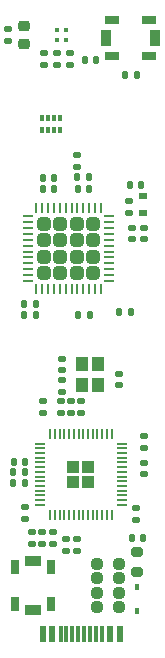
<source format=gbr>
G04 #@! TF.GenerationSoftware,KiCad,Pcbnew,(6.0.5)*
G04 #@! TF.CreationDate,2022-10-28T12:11:28-07:00*
G04 #@! TF.ProjectId,pico-ice,7069636f-2d69-4636-952e-6b696361645f,REV1*
G04 #@! TF.SameCoordinates,Original*
G04 #@! TF.FileFunction,Paste,Top*
G04 #@! TF.FilePolarity,Positive*
%FSLAX46Y46*%
G04 Gerber Fmt 4.6, Leading zero omitted, Abs format (unit mm)*
G04 Created by KiCad (PCBNEW (6.0.5)) date 2022-10-28 12:11:28*
%MOMM*%
%LPD*%
G01*
G04 APERTURE LIST*
G04 Aperture macros list*
%AMRoundRect*
0 Rectangle with rounded corners*
0 $1 Rounding radius*
0 $2 $3 $4 $5 $6 $7 $8 $9 X,Y pos of 4 corners*
0 Add a 4 corners polygon primitive as box body*
4,1,4,$2,$3,$4,$5,$6,$7,$8,$9,$2,$3,0*
0 Add four circle primitives for the rounded corners*
1,1,$1+$1,$2,$3*
1,1,$1+$1,$4,$5*
1,1,$1+$1,$6,$7*
1,1,$1+$1,$8,$9*
0 Add four rect primitives between the rounded corners*
20,1,$1+$1,$2,$3,$4,$5,0*
20,1,$1+$1,$4,$5,$6,$7,0*
20,1,$1+$1,$6,$7,$8,$9,0*
20,1,$1+$1,$8,$9,$2,$3,0*%
G04 Aperture macros list end*
%ADD10RoundRect,0.135000X0.185000X-0.135000X0.185000X0.135000X-0.185000X0.135000X-0.185000X-0.135000X0*%
%ADD11RoundRect,0.140000X0.170000X-0.140000X0.170000X0.140000X-0.170000X0.140000X-0.170000X-0.140000X0*%
%ADD12RoundRect,0.200000X-0.275000X0.200000X-0.275000X-0.200000X0.275000X-0.200000X0.275000X0.200000X0*%
%ADD13RoundRect,0.140000X0.140000X0.170000X-0.140000X0.170000X-0.140000X-0.170000X0.140000X-0.170000X0*%
%ADD14RoundRect,0.140000X-0.170000X0.140000X-0.170000X-0.140000X0.170000X-0.140000X0.170000X0.140000X0*%
%ADD15RoundRect,0.218750X-0.256250X0.218750X-0.256250X-0.218750X0.256250X-0.218750X0.256250X0.218750X0*%
%ADD16RoundRect,0.135000X-0.135000X-0.185000X0.135000X-0.185000X0.135000X0.185000X-0.135000X0.185000X0*%
%ADD17RoundRect,0.140000X-0.140000X-0.170000X0.140000X-0.170000X0.140000X0.170000X-0.140000X0.170000X0*%
%ADD18R,0.950000X1.400000*%
%ADD19R,1.150000X0.750000*%
%ADD20RoundRect,0.237500X0.250000X0.237500X-0.250000X0.237500X-0.250000X-0.237500X0.250000X-0.237500X0*%
%ADD21R,0.600000X1.450000*%
%ADD22R,0.300000X1.450000*%
%ADD23RoundRect,0.135000X-0.185000X0.135000X-0.185000X-0.135000X0.185000X-0.135000X0.185000X0.135000X0*%
%ADD24RoundRect,0.237500X-0.250000X-0.237500X0.250000X-0.237500X0.250000X0.237500X-0.250000X0.237500X0*%
%ADD25R,0.450000X0.600000*%
%ADD26R,0.430000X0.430000*%
%ADD27R,1.400000X0.950000*%
%ADD28R,0.750000X1.150000*%
%ADD29R,0.320000X0.500000*%
%ADD30RoundRect,0.250000X0.292217X0.292217X-0.292217X0.292217X-0.292217X-0.292217X0.292217X-0.292217X0*%
%ADD31RoundRect,0.050000X0.387500X0.050000X-0.387500X0.050000X-0.387500X-0.050000X0.387500X-0.050000X0*%
%ADD32RoundRect,0.050000X0.050000X0.387500X-0.050000X0.387500X-0.050000X-0.387500X0.050000X-0.387500X0*%
%ADD33R,1.000000X1.150000*%
%ADD34R,0.700000X0.600000*%
%ADD35RoundRect,0.250000X0.315000X-0.315000X0.315000X0.315000X-0.315000X0.315000X-0.315000X-0.315000X0*%
%ADD36RoundRect,0.062500X0.062500X-0.375000X0.062500X0.375000X-0.062500X0.375000X-0.062500X-0.375000X0*%
%ADD37RoundRect,0.062500X0.375000X-0.062500X0.375000X0.062500X-0.375000X0.062500X-0.375000X-0.062500X0*%
G04 APERTURE END LIST*
D10*
X69265800Y-78767400D03*
X69265800Y-77747400D03*
D11*
X72364600Y-108176000D03*
X72364600Y-107216000D03*
D12*
X77114400Y-119977400D03*
X77114400Y-121627400D03*
D13*
X68526600Y-98933000D03*
X67566600Y-98933000D03*
D14*
X77063600Y-116258400D03*
X77063600Y-117218400D03*
X69977000Y-118315800D03*
X69977000Y-119275800D03*
D13*
X68526600Y-99898200D03*
X67566600Y-99898200D03*
D15*
X67564000Y-75412500D03*
X67564000Y-76987500D03*
D13*
X67637600Y-112318800D03*
X66677600Y-112318800D03*
X70076000Y-88265000D03*
X69116000Y-88265000D03*
D16*
X75600718Y-99618800D03*
X76620718Y-99618800D03*
D13*
X70076000Y-89204800D03*
X69116000Y-89204800D03*
D17*
X76659800Y-118745000D03*
X77619800Y-118745000D03*
D11*
X71501000Y-108176000D03*
X71501000Y-107216000D03*
D18*
X74506000Y-76454000D03*
X78656000Y-76454000D03*
D19*
X75006000Y-74929000D03*
X75006000Y-77979000D03*
X78156000Y-74929000D03*
X78156000Y-77979000D03*
D10*
X72034400Y-119890000D03*
X72034400Y-118870000D03*
D20*
X75563100Y-122199400D03*
X73738100Y-122199400D03*
D10*
X71126401Y-119890000D03*
X71126401Y-118870000D03*
D14*
X68199000Y-118315800D03*
X68199000Y-119275800D03*
X67614800Y-116182200D03*
X67614800Y-117142200D03*
D10*
X71475600Y-78767400D03*
X71475600Y-77747400D03*
D14*
X77683518Y-92542871D03*
X77683518Y-93502871D03*
D21*
X69140000Y-126892000D03*
X69940000Y-126892000D03*
D22*
X71140000Y-126892000D03*
X72140000Y-126892000D03*
X72640000Y-126892000D03*
X73640000Y-126892000D03*
D21*
X74840000Y-126892000D03*
X75640000Y-126892000D03*
X75640000Y-126892000D03*
X74840000Y-126892000D03*
D22*
X74140000Y-126892000D03*
X73140000Y-126892000D03*
X71640000Y-126892000D03*
X70640000Y-126892000D03*
D21*
X69940000Y-126892000D03*
X69140000Y-126892000D03*
D11*
X75615800Y-105839200D03*
X75615800Y-104879200D03*
D23*
X77673200Y-110157800D03*
X77673200Y-111177800D03*
D24*
X73736200Y-124637800D03*
X75561200Y-124637800D03*
D25*
X77114400Y-122902000D03*
X77114400Y-125002000D03*
D14*
X77673200Y-112397600D03*
X77673200Y-113357600D03*
D26*
X71124000Y-75815000D03*
X71124000Y-76585000D03*
X70354000Y-76585000D03*
X70354000Y-75815000D03*
D11*
X70637400Y-108176000D03*
X70637400Y-107216000D03*
D10*
X66167000Y-76710000D03*
X66167000Y-75690000D03*
D11*
X76454000Y-91236800D03*
X76454000Y-90276800D03*
D10*
X69113400Y-108206000D03*
X69113400Y-107186000D03*
D16*
X66645600Y-114122200D03*
X67665600Y-114122200D03*
D17*
X72085200Y-89204800D03*
X73045200Y-89204800D03*
D27*
X68326000Y-120734000D03*
X68326000Y-124884000D03*
D28*
X69851000Y-121234000D03*
X66801000Y-121234000D03*
X66801000Y-124384000D03*
X69851000Y-124384000D03*
D10*
X70358000Y-78767400D03*
X70358000Y-77747400D03*
D16*
X72093518Y-99880871D03*
X73113518Y-99880871D03*
D29*
X69084918Y-84251871D03*
X69584918Y-84251871D03*
X70084918Y-84251871D03*
X70584918Y-84251871D03*
X70584918Y-83251871D03*
X70084918Y-83251871D03*
X69584918Y-83251871D03*
X69084918Y-83251871D03*
D16*
X76121800Y-79552800D03*
X77141800Y-79552800D03*
D30*
X71727100Y-114023100D03*
X71727100Y-112748100D03*
X73002100Y-114023100D03*
X73002100Y-112748100D03*
D31*
X75802100Y-115985600D03*
X75802100Y-115585600D03*
X75802100Y-115185600D03*
X75802100Y-114785600D03*
X75802100Y-114385600D03*
X75802100Y-113985600D03*
X75802100Y-113585600D03*
X75802100Y-113185600D03*
X75802100Y-112785600D03*
X75802100Y-112385600D03*
X75802100Y-111985600D03*
X75802100Y-111585600D03*
X75802100Y-111185600D03*
X75802100Y-110785600D03*
D32*
X74964600Y-109948100D03*
X74564600Y-109948100D03*
X74164600Y-109948100D03*
X73764600Y-109948100D03*
X73364600Y-109948100D03*
X72964600Y-109948100D03*
X72564600Y-109948100D03*
X72164600Y-109948100D03*
X71764600Y-109948100D03*
X71364600Y-109948100D03*
X70964600Y-109948100D03*
X70564600Y-109948100D03*
X70164600Y-109948100D03*
X69764600Y-109948100D03*
D31*
X68927100Y-110785600D03*
X68927100Y-111185600D03*
X68927100Y-111585600D03*
X68927100Y-111985600D03*
X68927100Y-112385600D03*
X68927100Y-112785600D03*
X68927100Y-113185600D03*
X68927100Y-113585600D03*
X68927100Y-113985600D03*
X68927100Y-114385600D03*
X68927100Y-114785600D03*
X68927100Y-115185600D03*
X68927100Y-115585600D03*
X68927100Y-115985600D03*
D32*
X69764600Y-116823100D03*
X70164600Y-116823100D03*
X70564600Y-116823100D03*
X70964600Y-116823100D03*
X71364600Y-116823100D03*
X71764600Y-116823100D03*
X72164600Y-116823100D03*
X72564600Y-116823100D03*
X72964600Y-116823100D03*
X73364600Y-116823100D03*
X73764600Y-116823100D03*
X74164600Y-116823100D03*
X74564600Y-116823100D03*
X74964600Y-116823100D03*
D20*
X75563100Y-123418600D03*
X73738100Y-123418600D03*
D10*
X72070118Y-87335271D03*
X72070118Y-86315271D03*
D33*
X72426600Y-104077800D03*
X72426600Y-105827800D03*
X73826600Y-105827800D03*
X73826600Y-104077800D03*
D34*
X77647800Y-91225600D03*
X77647800Y-89825600D03*
D35*
X73423200Y-94984800D03*
X73423200Y-93584800D03*
X70623200Y-96384800D03*
X73423200Y-92184800D03*
X72023200Y-92184800D03*
X69223200Y-92184800D03*
X69223200Y-94984800D03*
X69223200Y-96384800D03*
X72023200Y-94984800D03*
X70623200Y-92184800D03*
X70623200Y-94984800D03*
X73423200Y-96384800D03*
X72023200Y-93584800D03*
X70623200Y-93584800D03*
X72023200Y-96384800D03*
X69223200Y-93584800D03*
D36*
X68573200Y-97722300D03*
X69073200Y-97722300D03*
X69573200Y-97722300D03*
X70073200Y-97722300D03*
X70573200Y-97722300D03*
X71073200Y-97722300D03*
X71573200Y-97722300D03*
X72073200Y-97722300D03*
X72573200Y-97722300D03*
X73073200Y-97722300D03*
X73573200Y-97722300D03*
X74073200Y-97722300D03*
D37*
X74760700Y-97034800D03*
X74760700Y-96534800D03*
X74760700Y-96034800D03*
X74760700Y-95534800D03*
X74760700Y-95034800D03*
X74760700Y-94534800D03*
X74760700Y-94034800D03*
X74760700Y-93534800D03*
X74760700Y-93034800D03*
X74760700Y-92534800D03*
X74760700Y-92034800D03*
X74760700Y-91534800D03*
D36*
X74073200Y-90847300D03*
X73573200Y-90847300D03*
X73073200Y-90847300D03*
X72573200Y-90847300D03*
X72073200Y-90847300D03*
X71573200Y-90847300D03*
X71073200Y-90847300D03*
X70573200Y-90847300D03*
X70073200Y-90847300D03*
X69573200Y-90847300D03*
X69073200Y-90847300D03*
X68573200Y-90847300D03*
D37*
X67885700Y-91534800D03*
X67885700Y-92034800D03*
X67885700Y-92534800D03*
X67885700Y-93034800D03*
X67885700Y-93534800D03*
X67885700Y-94034800D03*
X67885700Y-94534800D03*
X67885700Y-95034800D03*
X67885700Y-95534800D03*
X67885700Y-96034800D03*
X67885700Y-96534800D03*
X67885700Y-97034800D03*
D13*
X77492800Y-88900000D03*
X76532800Y-88900000D03*
D14*
X69088000Y-118315800D03*
X69088000Y-119275800D03*
D11*
X70789800Y-104569200D03*
X70789800Y-103609200D03*
D17*
X72062400Y-88239600D03*
X73022400Y-88239600D03*
D16*
X66647600Y-113207800D03*
X67667600Y-113207800D03*
D10*
X70789800Y-106428000D03*
X70789800Y-105408000D03*
D24*
X73738100Y-120980200D03*
X75563100Y-120980200D03*
D14*
X76718318Y-92542871D03*
X76718318Y-93502871D03*
D17*
X72672000Y-78282800D03*
X73632000Y-78282800D03*
M02*

</source>
